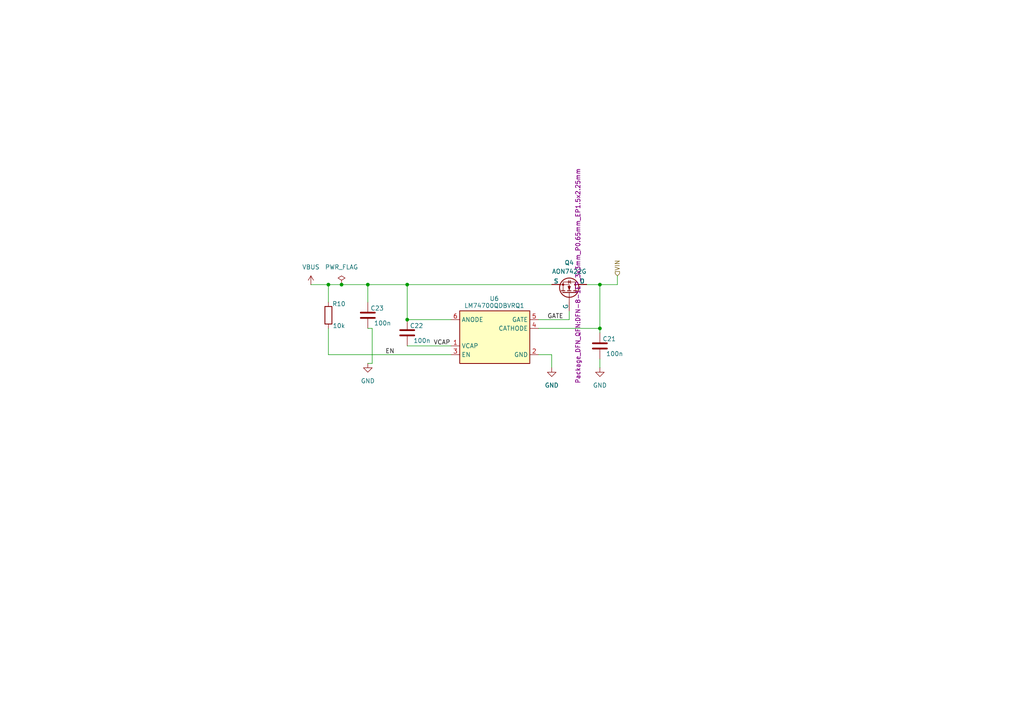
<source format=kicad_sch>
(kicad_sch (version 20250114) (generator "eeschema") (generator_version "9.0")
  (paper "A4")
  (lib_symbols
    (symbol "Device:C" (pin_numbers (hide yes)) (pin_names (offset 0.254))
      (property "Reference" "C" (at 0.635 2.54 0))
      (property "Value" "C" (at 0.635 -2.54 0))
      (symbol "C_0_1"
        (polyline (pts (xy -2.032 0.762) (xy 2.032 0.762)) (stroke (width 0.508)))
        (polyline (pts (xy -2.032 -0.762) (xy 2.032 -0.762)) (stroke (width 0.508)))
      )
      (symbol "C_1_1"
        (pin passive line (at 0 3.81 270) (length 2.794) (name "~") (number "1"))
        (pin passive line (at 0 -3.81 90) (length 2.794) (name "~") (number "2"))
      )
    )
    (symbol "Device:R" (pin_numbers (hide yes)) (pin_names (offset 0))
      (property "Reference" "R" (at 2.032 0 90))
      (property "Value" "R" (at 0 0 90))
      (symbol "R_0_1"
        (rectangle (start -1.016 -2.54) (end 1.016 2.54) (stroke (width 0.254)))
      )
      (symbol "R_1_1"
        (pin passive line (at 0 3.81 270) (length 1.27) (name "~") (number "1"))
        (pin passive line (at 0 -3.81 90) (length 1.27) (name "~") (number "2"))
      )
    )
    (symbol "Power_Management:LM74700"
      (property "Reference" "U6" (at 11.43 1.2701 0))
      (property "Value" "LM74700QDBVRQ1" (at 11.43 -1.2699 0))
      (symbol "LM74700_0_1"
        (rectangle (start -10.16 7.62) (end 10.16 -7.62) (stroke (width 0.254)) (fill (type background)))
      )
      (symbol "LM74700_1_1"
        (pin power_in line (at -12.7 5.08 0) (length 2.54) (name "ANODE") (number "6"))
        (pin passive line (at -12.7 -2.54 0) (length 2.54) (name "VCAP") (number "1"))
        (pin input line (at -12.7 -5.08 0) (length 2.54) (name "EN") (number "3"))
        (pin output line (at 12.7 5.08 180) (length 2.54) (name "GATE") (number "5"))
        (pin input line (at 12.7 2.54 180) (length 2.54) (name "CATHODE") (number "4"))
        (pin power_in line (at 12.7 -5.08 180) (length 2.54) (name "GND") (number "2"))
      )
    )
    (symbol "Simulation_SPICE:NMOS" (pin_numbers (hide yes)) (pin_names (offset 0))
      (property "Reference" "Q4" (at 8.89 0 90))
      (property "Value" "AON7422G" (at 6.35 0 90))
      (symbol "NMOS_0_1"
        (polyline (pts (xy 0.254 1.905) (xy 0.254 -1.905)) (stroke (width 0.254)))
        (polyline (pts (xy 0.254 0) (xy -2.54 0)))
        (polyline (pts (xy 0.762 2.286) (xy 0.762 1.27)) (stroke (width 0.254)))
        (polyline (pts (xy 0.762 0.508) (xy 0.762 -0.508)) (stroke (width 0.254)))
        (polyline (pts (xy 0.762 -1.27) (xy 0.762 -2.286)) (stroke (width 0.254)))
        (polyline (pts (xy 0.762 -1.778) (xy 3.302 -1.778) (xy 3.302 1.778) (xy 0.762 1.778)))
        (polyline (pts (xy 1.016 0) (xy 2.032 0.381) (xy 2.032 -0.381) (xy 1.016 0)) (fill (type outline)))
        (circle (center 1.651 0) (radius 2.794) (stroke (width 0.254)))
        (polyline (pts (xy 2.54 2.54) (xy 2.54 1.778)))
        (circle (center 2.54 1.778) (radius 0.254) (fill (type outline)))
        (circle (center 2.54 -1.778) (radius 0.254) (fill (type outline)))
        (polyline (pts (xy 2.54 -2.54) (xy 2.54 0) (xy 0.762 0)))
        (polyline (pts (xy 2.794 0.508) (xy 2.921 0.381) (xy 3.683 0.381) (xy 3.81 0.254)))
        (polyline (pts (xy 3.302 0.381) (xy 2.921 -0.254) (xy 3.683 -0.254) (xy 3.302 0.381)))
      )
      (symbol "NMOS_1_1"
        (pin input line (at -5.08 0 0) (length 2.54) (name "G") (number "4"))
        (pin passive line (at 2.54 5.08 270) (length 2.54) (name "D") (number "5"))
        (pin passive line (at 2.54 5.08 270) (length 2.54) (name "D") (number "6"))
        (pin passive line (at 2.54 5.08 270) (length 2.54) (name "D") (number "7"))
        (pin passive line (at 2.54 5.08 270) (length 2.54) (name "D") (number "8"))
        (pin passive line (at 2.54 5.08 270) (length 2.54) (name "D") (number "9"))
        (pin passive line (at 2.54 -5.08 90) (length 2.54) (name "S") (number "1"))
        (pin passive line (at 2.54 -5.08 90) (length 2.54) (name "S") (number "2"))
        (pin passive line (at 2.54 -5.08 90) (length 2.54) (name "S") (number "3"))
      )
    )
    (symbol "power:GND" (power) (pin_numbers (hide yes)) (pin_names (offset 0) (hide yes))
      (property "Value" "GND" (at 0 -3.81 0))
      (symbol "GND_0_1"
        (polyline (pts (xy 0 0) (xy 0 -1.27) (xy 1.27 -1.27) (xy 0 -2.54) (xy -1.27 -1.27) (xy 0 -1.27)))
      )
      (symbol "GND_1_1"
        (pin power_in line (at 0 0 270) (length 0) (name "~") (number "1"))
      )
    )
    (symbol "power:PWR_FLAG" (power) (pin_numbers (hide yes)) (pin_names (offset 0) (hide yes))
      (property "Value" "PWR_FLAG" (at 0 3.81 0))
      (symbol "PWR_FLAG_0_0"
        (pin power_out line (at 0 0 90) (length 0) (name "~") (number "1"))
      )
      (symbol "PWR_FLAG_0_1"
        (polyline (pts (xy 0 0) (xy 0 1.27) (xy -1.016 1.905) (xy 0 2.54) (xy 1.016 1.905) (xy 0 1.27)))
      )
    )
    (symbol "power:VBUS" (power) (pin_numbers (hide yes)) (pin_names (offset 0) (hide yes))
      (property "Value" "VBUS" (at 0 3.556 0))
      (symbol "VBUS_0_1"
        (polyline (pts (xy -0.762 1.27) (xy 0 2.54)))
        (polyline (pts (xy 0 2.54) (xy 0.762 1.27)))
        (polyline (pts (xy 0 0) (xy 0 2.54)))
      )
      (symbol "VBUS_1_1"
        (pin power_in line (at 0 0 90) (length 0) (name "~") (number "1"))
      )
    )
  )
  (junction (at 106.68 82.55))
  (junction (at 118.11 82.55))
  (junction (at 118.11 92.71))
  (junction (at 173.99 82.55))
  (junction (at 173.99 95.25))
  (junction (at 95.25 82.55))
  (junction (at 99.06 82.55))
  (wire (pts (xy 173.99 95.25) (xy 173.99 96.52)))
  (wire (pts (xy 160.02 82.55) (xy 118.11 82.55)))
  (wire (pts (xy 106.68 82.55) (xy 106.68 87.63)))
  (wire (pts (xy 95.25 95.25) (xy 95.25 102.87)))
  (wire (pts (xy 90.17 82.55) (xy 95.25 82.55)))
  (wire (pts (xy 106.68 82.55) (xy 99.06 82.55)))
  (wire (pts (xy 118.11 100.33) (xy 130.81 100.33)))
  (wire (pts (xy 156.21 95.25) (xy 173.99 95.25)))
  (wire (pts (xy 170.18 82.55) (xy 173.99 82.55)))
  (wire (pts (xy 118.11 82.55) (xy 118.11 92.71)))
  (wire (pts (xy 173.99 104.14) (xy 173.99 106.68)))
  (wire (pts (xy 160.02 102.87) (xy 160.02 106.68)))
  (wire (pts (xy 173.99 82.55) (xy 179.07 82.55)))
  (wire (pts (xy 95.25 102.87) (xy 130.81 102.87)))
  (wire (pts (xy 99.06 82.55) (xy 95.25 82.55)))
  (wire (pts (xy 156.21 92.71) (xy 165.1 92.71)))
  (wire (pts (xy 95.25 82.55) (xy 95.25 87.63)))
  (wire (pts (xy 156.21 102.87) (xy 160.02 102.87)))
  (wire (pts (xy 179.07 80.01) (xy 179.07 82.55)))
  (wire (pts (xy 165.1 92.71) (xy 165.1 90.17)))
  (wire (pts (xy 118.11 92.71) (xy 130.81 92.71)))
  (wire (pts (xy 173.99 82.55) (xy 173.99 95.25)))
  (wire (pts (xy 107.95 95.25) (xy 107.95 105.41)))
  (wire (pts (xy 107.95 105.41) (xy 106.68 105.41)))
  (wire (pts (xy 107.95 95.25) (xy 106.68 95.25)))
  (wire (pts (xy 118.11 82.55) (xy 106.68 82.55)))
  (label "GATE" (at 158.75 92.71 0))
  (label "EN" (at 111.76 102.87 0))
  (label "VCAP" (at 125.73 100.33 0))
  (hierarchical_label "VIN" (shape input) (at 179.07 80.01 90))
  (symbol (lib_id "Simulation_SPICE:NMOS") (at 165.1 85.09 270) (mirror x) (unit 1)
    (property "Reference" "Q4" (at 165.1 76.2 90))
    (property "Value" "AON7422G" (at 165.1 78.74 90))
    (property "Footprint" "Package_DFN_QFN:DFN-8-1EP_3x3mm_P0.65mm_EP1.5x2.25mm" (at 167.64 80.01 0))
    (property "Datasheet" "https://www.tme.eu/Document/06be57a4d3bc5bfe61b849e0142b32c7/AON7422G.pdf" (effects (hide yes)))
    (property "Description" "N-MOSFET transistor, drain/source/gate" (effects (hide yes)))
    (property "Sim.Device" "NMOS" (effects (hide yes)))
    (property "Sim.Type" "VDMOS" (effects (hide yes)))
    (property "Sim.Pins" "1=D 2=G 3=S" (effects (hide yes)))
  )
  (symbol (lib_id "power:VBUS") (at 90.17 82.55 0) (unit 1)
    (property "Reference" "#PWR013" (effects (hide yes)))
    (property "Value" "VBUS" (at 90.17 77.47 0))
    (property "Description" "Power symbol creates a global label with name \"VBUS\"" (effects (hide yes)))
  )
  (symbol (lib_id "power:GND") (at 173.99 106.68 0) (unit 1)
    (property "Reference" "#PWR058" (effects (hide yes)))
    (property "Value" "GND" (at 173.99 111.76 0))
    (property "Description" "Power symbol creates a global label with name \"GND\" , ground" (effects (hide yes)))
  )
  (symbol (lib_id "power:GND") (at 160.02 106.68 0) (unit 1)
    (property "Reference" "#PWR056" (effects (hide yes)))
    (property "Value" "GND" (at 160.02 111.76 0))
    (property "Description" "Power symbol creates a global label with name \"GND\" , ground" (effects (hide yes)))
  )
  (symbol (lib_id "power:GND") (at 106.68 105.41 0) (unit 1)
    (property "Reference" "#PWR057" (effects (hide yes)))
    (property "Value" "GND" (at 106.68 110.49 0))
    (property "Description" "Power symbol creates a global label with name \"GND\" , ground" (effects (hide yes)))
  )
  (symbol (lib_id "Device:C") (at 106.68 91.44 0) (unit 1)
    (property "Reference" "C23" (at 107.442 89.408 0) (effects (justify left)))
    (property "Value" "100n" (at 108.458 93.726 0) (effects (justify left)))
    (property "Footprint" "Capacitor_SMD:C_0805_2012Metric_Pad1.18x1.45mm_HandSolder" (effects (hide yes)))
    (property "Description" "Unpolarized capacitor" (effects (hide yes)))
  )
  (symbol (lib_id "Device:C") (at 118.11 96.52 0) (unit 1)
    (property "Reference" "C22" (at 118.872 94.488 0) (effects (justify left)))
    (property "Value" "100n" (at 119.888 98.806 0) (effects (justify left)))
    (property "Footprint" "Capacitor_SMD:C_0805_2012Metric_Pad1.18x1.45mm_HandSolder" (effects (hide yes)))
    (property "Description" "Unpolarized capacitor" (effects (hide yes)))
  )
  (symbol (lib_id "Device:R") (at 95.25 91.44 180) (unit 1)
    (property "Reference" "R10" (at 98.298 88.138 0))
    (property "Value" "10k" (at 98.298 94.488 0))
    (property "Footprint" "Resistor_SMD:R_0805_2012Metric_Pad1.20x1.40mm_HandSolder" (effects (hide yes)))
    (property "Description" "Resistor" (effects (hide yes)))
  )
  (symbol (lib_id "power:PWR_FLAG") (at 99.06 82.55 0) (unit 1)
    (property "Reference" "#FLG03" (effects (hide yes)))
    (property "Value" "PWR_FLAG" (at 99.06 77.47 0))
    (property "Description" "Special symbol for telling ERC where power comes from" (effects (hide yes)))
  )
  (symbol (lib_id "Power_Management:LM74700") (at 143.51 97.79 0) (unit 1)
    (property "Reference" "U6" (at 141.986 86.614 0) (effects (justify left)))
    (property "Value" "LM74700QDBVRQ1" (at 134.62 88.646 0) (effects (justify left)))
    (property "Footprint" "Package_TO_SOT_SMD:SOT-23-6_Handsoldering" (effects (hide yes)))
    (property "Datasheet" "http://www.ti.com/lit/gpn/LM74700-Q1" (effects (hide yes)))
    (property "Description" "Low Iq reverse battery protection ideal diode controller, SOT-23-6" (effects (hide yes)))
  )
  (symbol (lib_id "Device:C") (at 173.99 100.33 0) (unit 1)
    (property "Reference" "C21" (at 174.752 98.298 0) (effects (justify left)))
    (property "Value" "100n" (at 175.768 102.616 0) (effects (justify left)))
    (property "Footprint" "Capacitor_SMD:C_0805_2012Metric_Pad1.18x1.45mm_HandSolder" (effects (hide yes)))
    (property "Description" "Unpolarized capacitor" (effects (hide yes)))
  )
)
</source>
